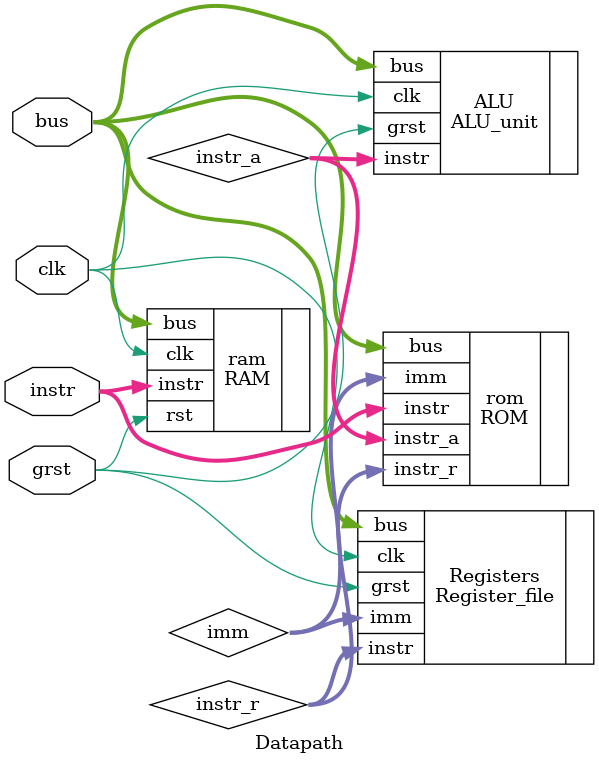
<source format=v>
module Datapath (
    input clk, grst,    // Clock and Reset
    input [7:0] instr,  // Instruction
    inout [3:0] bus // Data bus
);

//-----------------------------------------------------
// ROM
//-----------------------------------------------------
wire [3:0] instr_r ;  // Instruction for Register file
wire [3:0] instr_a ;  // Instruction for ALU
wire [3:0] imm ;  // Immediate value
ROM rom ( .instr(instr), .bus(bus), .instr_r(instr_r), .instr_a(instr_a), .imm(imm) );

//-----------------------------------------------------
// Register file
//-----------------------------------------------------
Register_file Registers ( .clk(clk), .grst(grst), .imm(imm), .instr(instr_r), .bus(bus) );

//-----------------------------------------------------
// ALU
//-----------------------------------------------------
ALU_unit ALU ( .clk(clk), .grst(grst), .instr(instr_a), .bus(bus) );

//-----------------------------------------------------
// RAM
//-----------------------------------------------------
RAM ram ( .clk(clk), .rst(grst), .instr(instr), .bus(bus) );

endmodule
</source>
